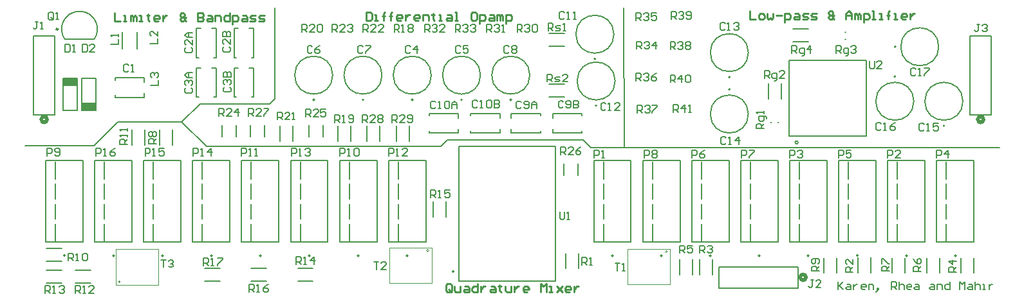
<source format=gto>
G04*
G04 #@! TF.GenerationSoftware,Altium Limited,Altium Designer,25.3.3 (18)*
G04*
G04 Layer_Color=65535*
%FSLAX25Y25*%
%MOIN*%
G70*
G04*
G04 #@! TF.SameCoordinates,DCBC244B-8E6B-4275-8FA6-C99DFC31DE85*
G04*
G04*
G04 #@! TF.FilePolarity,Positive*
G04*
G01*
G75*
%ADD10C,0.00600*%
%ADD11C,0.00394*%
%ADD12C,0.00500*%
%ADD13C,0.00787*%
%ADD14C,0.02000*%
%ADD15C,0.00984*%
%ADD16C,0.00800*%
%ADD17C,0.00591*%
%ADD18C,0.01000*%
%ADD19C,0.00606*%
%ADD20R,0.07284X0.03866*%
D10*
X431798Y360737D02*
G03*
X431798Y360737I-500J0D01*
G01*
X457163D02*
G03*
X457163Y360737I-500J0D01*
G01*
X482529D02*
G03*
X482529Y360737I-500J0D01*
G01*
X198672D02*
G03*
X198672Y360737I-500J0D01*
G01*
X249403D02*
G03*
X249403Y360737I-500J0D01*
G01*
X147941D02*
G03*
X147941Y360737I-500J0D01*
G01*
X173307D02*
G03*
X173307Y360737I-500J0D01*
G01*
X224038D02*
G03*
X224038Y360737I-500J0D01*
G01*
X300134D02*
G03*
X300134Y360737I-500J0D01*
G01*
X325500D02*
G03*
X325500Y360737I-500J0D01*
G01*
X274769D02*
G03*
X274769Y360737I-500J0D01*
G01*
X583991D02*
G03*
X583991Y360737I-500J0D01*
G01*
X507895D02*
G03*
X507895Y360737I-500J0D01*
G01*
X533260D02*
G03*
X533260Y360737I-500J0D01*
G01*
X609357D02*
G03*
X609357Y360737I-500J0D01*
G01*
X558626D02*
G03*
X558626Y360737I-500J0D01*
G01*
X426648Y400561D02*
Y409637D01*
Y368237D02*
Y377313D01*
X440948Y367737D02*
Y410137D01*
X421648D02*
X440948D01*
X421648Y367737D02*
Y410137D01*
Y367737D02*
X440948D01*
X426648Y379774D02*
Y387707D01*
Y390167D02*
Y398100D01*
X452013Y390167D02*
Y398100D01*
Y379774D02*
Y387707D01*
X447014Y367737D02*
X466314D01*
X447014D02*
Y410137D01*
X466314D01*
Y367737D02*
Y410137D01*
X452013Y368237D02*
Y377313D01*
Y400561D02*
Y409637D01*
X486539Y344000D02*
Y355000D01*
X527539D01*
Y344000D02*
Y355000D01*
X486539Y344000D02*
X527539D01*
X616500Y434000D02*
Y475000D01*
Y434000D02*
X627500D01*
Y475000D01*
X616500D02*
X627500D01*
X131500D02*
X142500D01*
Y434000D02*
Y475000D01*
X131500Y434000D02*
X142500D01*
X131500D02*
Y475000D01*
X477379Y390167D02*
Y398100D01*
Y379774D02*
Y387707D01*
X472379Y367737D02*
X491679D01*
X472379D02*
Y410137D01*
X491679D01*
Y367737D02*
Y410137D01*
X477379Y368237D02*
Y377313D01*
Y400561D02*
Y409637D01*
X193522Y400561D02*
Y409637D01*
Y368237D02*
Y377313D01*
X207822Y367737D02*
Y410137D01*
X188522D02*
X207822D01*
X188522Y367737D02*
Y410137D01*
Y367737D02*
X207822D01*
X193522Y379774D02*
Y387707D01*
Y390167D02*
Y398100D01*
X244253Y400561D02*
Y409637D01*
Y368237D02*
Y377313D01*
X258553Y367737D02*
Y410137D01*
X239253D02*
X258553D01*
X239253Y367737D02*
Y410137D01*
Y367737D02*
X258553D01*
X244253Y379774D02*
Y387707D01*
Y390167D02*
Y398100D01*
X142791Y400561D02*
Y409637D01*
Y368237D02*
Y377313D01*
X157091Y367737D02*
Y410137D01*
X137791D02*
X157091D01*
X137791Y367737D02*
Y410137D01*
Y367737D02*
X157091D01*
X142791Y379774D02*
Y387707D01*
Y390167D02*
Y398100D01*
X168157Y390167D02*
Y398100D01*
Y379774D02*
Y387707D01*
X163156Y367737D02*
X182457D01*
X163156D02*
Y410137D01*
X182457D01*
Y367737D02*
Y410137D01*
X168157Y368237D02*
Y377313D01*
Y400561D02*
Y409637D01*
X218888Y390167D02*
Y398100D01*
Y379774D02*
Y387707D01*
X213888Y367737D02*
X233188D01*
X213888D02*
Y410137D01*
X233188D01*
Y367737D02*
Y410137D01*
X218888Y368237D02*
Y377313D01*
Y400561D02*
Y409637D01*
X294984Y400561D02*
Y409637D01*
Y368237D02*
Y377313D01*
X309284Y367737D02*
Y410137D01*
X289984D02*
X309284D01*
X289984Y367737D02*
Y410137D01*
Y367737D02*
X309284D01*
X294984Y379774D02*
Y387707D01*
Y390167D02*
Y398100D01*
X320350Y400561D02*
Y409637D01*
Y368237D02*
Y377313D01*
X334650Y367737D02*
Y410137D01*
X315350D02*
X334650D01*
X315350Y367737D02*
Y410137D01*
Y367737D02*
X334650D01*
X320350Y379774D02*
Y387707D01*
Y390167D02*
Y398100D01*
X269619Y390167D02*
Y398100D01*
Y379774D02*
Y387707D01*
X264619Y367737D02*
X283919D01*
X264619D02*
Y410137D01*
X283919D01*
Y367737D02*
Y410137D01*
X269619Y368237D02*
Y377313D01*
Y400561D02*
Y409637D01*
X224824Y443052D02*
X225966D01*
X215866D02*
X217008D01*
X215866Y458252D02*
X218068D01*
X225966Y443052D02*
Y458252D01*
X215866Y443052D02*
Y458252D01*
X223764D02*
X225966D01*
X244317Y443052D02*
X245460D01*
X235360D02*
X236502D01*
X235360Y458252D02*
X237561D01*
X245460Y443052D02*
Y458252D01*
X235360Y443052D02*
Y458252D01*
X243258D02*
X245460D01*
X224824Y463541D02*
X225966D01*
X215866D02*
X217008D01*
X215866Y478741D02*
X218068D01*
X225966Y463541D02*
Y478741D01*
X215866Y463541D02*
Y478741D01*
X223764D02*
X225966D01*
X378940Y432376D02*
Y434578D01*
Y424478D02*
X394140D01*
X378940Y434578D02*
X394140D01*
X378940Y424478D02*
Y426679D01*
X394140Y424478D02*
Y425620D01*
Y433435D02*
Y434578D01*
X373028Y424478D02*
Y426679D01*
X357828Y434578D02*
X373028D01*
X357828Y424478D02*
X373028D01*
Y432376D02*
Y434578D01*
X357828Y433435D02*
Y434578D01*
Y424478D02*
Y425620D01*
X336396Y424478D02*
Y425620D01*
Y433435D02*
Y434578D01*
X351596Y432376D02*
Y434578D01*
X336396Y424478D02*
X351596D01*
X336396Y434578D02*
X351596D01*
Y424478D02*
Y426679D01*
X578841Y400561D02*
Y409637D01*
Y368237D02*
Y377313D01*
X593141Y367737D02*
Y410137D01*
X573841D02*
X593141D01*
X573841Y367737D02*
Y410137D01*
Y367737D02*
X593141D01*
X578841Y379774D02*
Y387707D01*
Y390167D02*
Y398100D01*
X502745Y400561D02*
Y409637D01*
Y368237D02*
Y377313D01*
X517045Y367737D02*
Y410137D01*
X497745D02*
X517045D01*
X497745Y367737D02*
Y410137D01*
Y367737D02*
X517045D01*
X502745Y379774D02*
Y387707D01*
Y390167D02*
Y398100D01*
X188856Y442961D02*
Y445162D01*
X173656Y453061D02*
X188856D01*
X173656Y442961D02*
X188856D01*
Y450859D02*
Y453061D01*
X173656Y451918D02*
Y453061D01*
Y442961D02*
Y444103D01*
X243258Y478741D02*
X245460D01*
X235360Y463541D02*
Y478741D01*
X245460Y463541D02*
Y478741D01*
X235360D02*
X237561D01*
X235360Y463541D02*
X236502D01*
X244317D02*
X245460D01*
X400372Y432376D02*
Y434578D01*
Y424478D02*
X415572D01*
X400372Y434578D02*
X415572D01*
X400372Y424478D02*
Y426679D01*
X415572Y424478D02*
Y425620D01*
Y433435D02*
Y434578D01*
X528110Y390167D02*
Y398100D01*
Y379774D02*
Y387707D01*
X523110Y367737D02*
X542410D01*
X523110D02*
Y410137D01*
X542410D01*
Y367737D02*
Y410137D01*
X528110Y368237D02*
Y377313D01*
Y400561D02*
Y409637D01*
X604207Y400561D02*
Y409637D01*
Y368237D02*
Y377313D01*
X618507Y367737D02*
Y410137D01*
X599207D02*
X618507D01*
X599207Y367737D02*
Y410137D01*
Y367737D02*
X618507D01*
X604207Y379774D02*
Y387707D01*
Y390167D02*
Y398100D01*
X553476Y390167D02*
Y398100D01*
Y379774D02*
Y387707D01*
X548476Y367737D02*
X567776D01*
X548476D02*
Y410137D01*
X567776D01*
Y367737D02*
Y410137D01*
X553476Y368237D02*
Y377313D01*
Y400561D02*
Y409637D01*
D11*
X459791Y362803D02*
G03*
X459791Y362803I-591J0D01*
G01*
X176587Y347215D02*
G03*
X176587Y347215I-591J0D01*
G01*
X336260Y363413D02*
G03*
X336260Y363413I-591J0D01*
G01*
X461201Y345803D02*
Y364303D01*
X439201D02*
X461201D01*
X439201Y345803D02*
Y364303D01*
Y345803D02*
X461201D01*
X173996Y364215D02*
X195996D01*
Y345715D02*
Y364215D01*
X173996Y345715D02*
X195996D01*
X173996D02*
Y364215D01*
X315669Y346413D02*
X337669D01*
X315669D02*
Y364913D01*
X337669D01*
Y346413D02*
Y364913D01*
D12*
X501673Y434350D02*
G03*
X501673Y434350I-9843J0D01*
G01*
X432677Y451476D02*
G03*
X432677Y451476I-9843J0D01*
G01*
X600295Y469291D02*
G03*
X600295Y469291I-9843J0D01*
G01*
X587381Y440969D02*
G03*
X587381Y440969I-9843J0D01*
G01*
X612795Y440945D02*
G03*
X612795Y440945I-9843J0D01*
G01*
X432037Y475787D02*
G03*
X432037Y475787I-9843J0D01*
G01*
X388484Y454528D02*
G03*
X388484Y454528I-9843J0D01*
G01*
X501673Y466240D02*
G03*
X501673Y466240I-9843J0D01*
G01*
X337451Y454528D02*
G03*
X337451Y454528I-9843J0D01*
G01*
X362967D02*
G03*
X362967Y454528I-9843J0D01*
G01*
X286417D02*
G03*
X286417Y454528I-9843J0D01*
G01*
X311934D02*
G03*
X311934Y454528I-9843J0D01*
G01*
X208268Y430315D02*
X217618Y439665D01*
X208268Y430315D02*
X220965Y417618D01*
X217618Y439665D02*
X253937D01*
X175197Y430315D02*
X208268D01*
X162894Y418012D02*
X175197Y430315D01*
X220965Y417618D02*
X342520D01*
X253937Y439665D02*
X256496Y442224D01*
Y489500D01*
X419980Y417028D02*
X429429D01*
X342520Y417618D02*
X345669Y420768D01*
X352165D01*
X429429Y417028D02*
X441043D01*
X631744D01*
X437224Y489401D02*
X437303Y417028D01*
X352165Y420768D02*
X416240D01*
X419980Y417028D01*
X351772Y347573D02*
X401772D01*
Y417573D01*
X351772D02*
X401772D01*
X351772Y347573D02*
Y417573D01*
X127000Y418012D02*
X162894D01*
X522618Y422736D02*
Y462106D01*
X562618D01*
Y422736D02*
Y462106D01*
X522618Y422736D02*
X562618D01*
D13*
X492224Y447146D02*
G03*
X492224Y447146I-394J0D01*
G01*
X423228Y438681D02*
G03*
X423228Y438681I-394J0D01*
G01*
X162909Y473188D02*
G03*
X147682Y473187I-7614J5257D01*
G01*
X578051Y469291D02*
G03*
X578051Y469291I-394J0D01*
G01*
X349213Y352573D02*
G03*
X349213Y352573I-394J0D01*
G01*
X577932Y453764D02*
G03*
X577932Y453764I-394J0D01*
G01*
X603346Y428150D02*
G03*
X603346Y428150I-394J0D01*
G01*
X422589Y462992D02*
G03*
X422589Y462992I-394J0D01*
G01*
X379035Y441732D02*
G03*
X379035Y441732I-394J0D01*
G01*
X492224Y453445D02*
G03*
X492224Y453445I-394J0D01*
G01*
X328002Y441732D02*
G03*
X328002Y441732I-394J0D01*
G01*
X353519D02*
G03*
X353519Y441732I-394J0D01*
G01*
X276969D02*
G03*
X276969Y441732I-394J0D01*
G01*
X302485D02*
G03*
X302485Y441732I-394J0D01*
G01*
X147682Y473189D02*
X162908D01*
X518898Y442292D02*
Y450214D01*
X512205Y442292D02*
Y450214D01*
X338484Y380882D02*
Y388803D01*
X345177Y380882D02*
Y388803D01*
X413878Y354110D02*
Y362032D01*
X407185Y354110D02*
Y362032D01*
X551772Y476772D02*
X552165D01*
X551772Y473228D02*
X552165D01*
X138257Y353280D02*
X146179D01*
X138257Y346587D02*
X146179D01*
X153235Y353280D02*
X161156D01*
X153235Y346587D02*
X161156D01*
X268341Y354329D02*
X276263D01*
X268341Y347636D02*
X276263D01*
X220198D02*
X228119D01*
X220198Y354329D02*
X228119D01*
X244269D02*
X252191D01*
X244269Y347636D02*
X252191D01*
X398598Y449780D02*
X406520D01*
X398598Y443087D02*
X406520D01*
X289140Y420244D02*
Y428166D01*
X295833Y420244D02*
Y428166D01*
X310909Y420244D02*
Y428166D01*
X304216Y420244D02*
Y428166D01*
X281348Y422539D02*
Y428445D01*
X274065Y422539D02*
Y428445D01*
X258990Y420244D02*
Y428166D01*
X265682Y420244D02*
Y428166D01*
X251198Y422539D02*
Y428445D01*
X243914Y422539D02*
Y428445D01*
X319291Y420244D02*
Y428166D01*
X325984Y420244D02*
Y428166D01*
X236473Y422539D02*
Y428445D01*
X229189Y422539D02*
Y428445D01*
X398598Y476181D02*
X406520D01*
X398598Y469488D02*
X406520D01*
X182382Y418283D02*
Y426205D01*
X189075Y418283D02*
Y426205D01*
X618449Y351754D02*
Y359676D01*
X611756Y351754D02*
Y359676D01*
X600689Y351754D02*
Y359676D01*
X593996Y351754D02*
Y359676D01*
X582929Y351754D02*
Y359676D01*
X576236Y351754D02*
Y359676D01*
X565169Y351938D02*
Y359860D01*
X558476Y351938D02*
Y359860D01*
X472736Y350971D02*
Y358893D01*
X466043Y350971D02*
Y358893D01*
X138067Y364469D02*
X145988D01*
X138067Y357776D02*
X145988D01*
X483268Y350971D02*
Y358893D01*
X476575Y350971D02*
Y358893D01*
X156595Y436221D02*
Y452953D01*
Y436221D02*
X163878D01*
X156595Y452953D02*
X163878D01*
Y436221D02*
Y452953D01*
X413287Y402658D02*
Y408563D01*
X406004Y402658D02*
Y408563D01*
X146752Y436221D02*
Y452953D01*
Y436221D02*
X154035D01*
X146752Y452953D02*
X154035D01*
Y436221D02*
Y452953D01*
X203543Y418283D02*
Y426205D01*
X196850Y418283D02*
Y426205D01*
X547410Y351754D02*
Y359676D01*
X540717Y351754D02*
Y359676D01*
X513484Y429921D02*
Y430315D01*
X517028Y429921D02*
Y430315D01*
X524773Y471949D02*
X532694D01*
X524773Y478642D02*
X532694D01*
X548228Y347275D02*
Y343339D01*
Y344651D01*
X550852Y347275D01*
X548884Y345307D01*
X550852Y343339D01*
X552820Y345963D02*
X554132D01*
X554788Y345307D01*
Y343339D01*
X552820D01*
X552164Y343995D01*
X552820Y344651D01*
X554788D01*
X556100Y345963D02*
Y343339D01*
Y344651D01*
X556756Y345307D01*
X557412Y345963D01*
X558068D01*
X562003Y343339D02*
X560691D01*
X560036Y343995D01*
Y345307D01*
X560691Y345963D01*
X562003D01*
X562659Y345307D01*
Y344651D01*
X560036D01*
X563971Y343339D02*
Y345963D01*
X565939D01*
X566595Y345307D01*
Y343339D01*
X568563Y342684D02*
X569219Y343339D01*
Y343995D01*
X568563D01*
Y343339D01*
X569219D01*
X568563Y342684D01*
X567907Y342028D01*
X575778Y343339D02*
Y347275D01*
X577746D01*
X578402Y346619D01*
Y345307D01*
X577746Y344651D01*
X575778D01*
X577090D02*
X578402Y343339D01*
X579714Y347275D02*
Y343339D01*
Y345307D01*
X580370Y345963D01*
X581682D01*
X582338Y345307D01*
Y343339D01*
X585618D02*
X584306D01*
X583650Y343995D01*
Y345307D01*
X584306Y345963D01*
X585618D01*
X586274Y345307D01*
Y344651D01*
X583650D01*
X588242Y345963D02*
X589554D01*
X590210Y345307D01*
Y343339D01*
X588242D01*
X587586Y343995D01*
X588242Y344651D01*
X590210D01*
X596113Y345963D02*
X597425D01*
X598081Y345307D01*
Y343339D01*
X596113D01*
X595457Y343995D01*
X596113Y344651D01*
X598081D01*
X599393Y343339D02*
Y345963D01*
X601361D01*
X602017Y345307D01*
Y343339D01*
X605953Y347275D02*
Y343339D01*
X603985D01*
X603329Y343995D01*
Y345307D01*
X603985Y345963D01*
X605953D01*
X611200Y343339D02*
Y347275D01*
X612512Y345963D01*
X613824Y347275D01*
Y343339D01*
X615792Y345963D02*
X617104D01*
X617760Y345307D01*
Y343339D01*
X615792D01*
X615136Y343995D01*
X615792Y344651D01*
X617760D01*
X619072Y347275D02*
Y343339D01*
Y345307D01*
X619728Y345963D01*
X621039D01*
X621696Y345307D01*
Y343339D01*
X623007D02*
X624319D01*
X623663D01*
Y345963D01*
X623007D01*
X626287D02*
Y343339D01*
Y344651D01*
X626943Y345307D01*
X627599Y345963D01*
X628255D01*
D14*
X531539Y349500D02*
G03*
X531539Y349500I-1500J0D01*
G01*
X623500Y431500D02*
G03*
X623500Y431500I-1500J0D01*
G01*
X138500Y431500D02*
G03*
X138500Y431500I-1500J0D01*
G01*
D15*
X144173Y478445D02*
G03*
X144173Y478445I-492J0D01*
G01*
D16*
X527461Y419587D02*
G03*
X527461Y419587I-787J0D01*
G01*
D17*
X185039Y476968D02*
X185059D01*
X177342D02*
X177362D01*
X177342Y468307D02*
Y476968D01*
X185039Y468307D02*
X185059D01*
X177342D02*
X177362D01*
X185059D02*
Y476968D01*
D18*
X348013Y342502D02*
Y345520D01*
X347259Y346274D01*
X345750D01*
X344996Y345520D01*
Y342502D01*
X345750Y341748D01*
X347259D01*
X346505Y343257D02*
X348013Y341748D01*
X347259D02*
X348013Y342502D01*
X349522Y344765D02*
Y342502D01*
X350276Y341748D01*
X352540D01*
Y344765D01*
X354803D02*
X356311D01*
X357066Y344011D01*
Y341748D01*
X354803D01*
X354048Y342502D01*
X354803Y343257D01*
X357066D01*
X361592Y346274D02*
Y341748D01*
X359329D01*
X358574Y342502D01*
Y344011D01*
X359329Y344765D01*
X361592D01*
X363101D02*
Y341748D01*
Y343257D01*
X363855Y344011D01*
X364609Y344765D01*
X365364D01*
X368381D02*
X369890D01*
X370644Y344011D01*
Y341748D01*
X368381D01*
X367627Y342502D01*
X368381Y343257D01*
X370644D01*
X372907Y345520D02*
Y344765D01*
X372153D01*
X373661D01*
X372907D01*
Y342502D01*
X373661Y341748D01*
X375924Y344765D02*
Y342502D01*
X376679Y341748D01*
X378942D01*
Y344765D01*
X380451D02*
Y341748D01*
Y343257D01*
X381205Y344011D01*
X381959Y344765D01*
X382714D01*
X387240Y341748D02*
X385731D01*
X384977Y342502D01*
Y344011D01*
X385731Y344765D01*
X387240D01*
X387994Y344011D01*
Y343257D01*
X384977D01*
X394029Y341748D02*
Y346274D01*
X395537Y344765D01*
X397046Y346274D01*
Y341748D01*
X398555D02*
X400064D01*
X399309D01*
Y344765D01*
X398555D01*
X402327D02*
X405344Y341748D01*
X403835Y343257D01*
X405344Y344765D01*
X402327Y341748D01*
X409116D02*
X407607D01*
X406853Y342502D01*
Y344011D01*
X407607Y344765D01*
X409116D01*
X409870Y344011D01*
Y343257D01*
X406853D01*
X411379Y344765D02*
Y341748D01*
Y343257D01*
X412133Y344011D01*
X412888Y344765D01*
X413642D01*
X173441Y486956D02*
Y482430D01*
X176458D01*
X177967D02*
X179476D01*
X178721D01*
Y485447D01*
X177967D01*
X181739Y482430D02*
Y485447D01*
X182493D01*
X183247Y484693D01*
Y482430D01*
Y484693D01*
X184002Y485447D01*
X184756Y484693D01*
Y482430D01*
X186265D02*
X187774D01*
X187019D01*
Y485447D01*
X186265D01*
X190791Y486202D02*
Y485447D01*
X190037D01*
X191545D01*
X190791D01*
Y483184D01*
X191545Y482430D01*
X196071D02*
X194563D01*
X193808Y483184D01*
Y484693D01*
X194563Y485447D01*
X196071D01*
X196826Y484693D01*
Y483939D01*
X193808D01*
X198335Y485447D02*
Y482430D01*
Y483939D01*
X199089Y484693D01*
X199843Y485447D01*
X200598D01*
X210404Y482430D02*
X209650Y483184D01*
X208895Y482430D01*
X208141D01*
X207387Y483184D01*
Y483939D01*
X208141Y484693D01*
X207387Y485447D01*
Y486202D01*
X208141Y486956D01*
X208895D01*
X209650Y486202D01*
Y485447D01*
X208895Y484693D01*
X209650Y483939D01*
Y483184D01*
X210404Y484693D02*
X209650Y483939D01*
X208141Y484693D02*
X208895D01*
X216439Y486956D02*
Y482430D01*
X218702D01*
X219456Y483184D01*
Y483939D01*
X218702Y484693D01*
X216439D01*
X218702D01*
X219456Y485447D01*
Y486202D01*
X218702Y486956D01*
X216439D01*
X221719Y485447D02*
X223228D01*
X223982Y484693D01*
Y482430D01*
X221719D01*
X220965Y483184D01*
X221719Y483939D01*
X223982D01*
X225491Y482430D02*
Y485447D01*
X227754D01*
X228508Y484693D01*
Y482430D01*
X233035Y486956D02*
Y482430D01*
X230771D01*
X230017Y483184D01*
Y484693D01*
X230771Y485447D01*
X233035D01*
X234543Y480921D02*
Y485447D01*
X236806D01*
X237561Y484693D01*
Y483184D01*
X236806Y482430D01*
X234543D01*
X239824Y485447D02*
X241332D01*
X242087Y484693D01*
Y482430D01*
X239824D01*
X239069Y483184D01*
X239824Y483939D01*
X242087D01*
X243596Y482430D02*
X245859D01*
X246613Y483184D01*
X245859Y483939D01*
X244350D01*
X243596Y484693D01*
X244350Y485447D01*
X246613D01*
X248122Y482430D02*
X250385D01*
X251139Y483184D01*
X250385Y483939D01*
X248876D01*
X248122Y484693D01*
X248876Y485447D01*
X251139D01*
X303658Y487350D02*
Y482824D01*
X305921D01*
X306675Y483578D01*
Y486595D01*
X305921Y487350D01*
X303658D01*
X308184Y482824D02*
X309692D01*
X308938D01*
Y485841D01*
X308184D01*
X312710Y482824D02*
Y486595D01*
Y485087D01*
X311955D01*
X313464D01*
X312710D01*
Y486595D01*
X313464Y487350D01*
X316481Y482824D02*
Y486595D01*
Y485087D01*
X315727D01*
X317236D01*
X316481D01*
Y486595D01*
X317236Y487350D01*
X321762Y482824D02*
X320253D01*
X319499Y483578D01*
Y485087D01*
X320253Y485841D01*
X321762D01*
X322516Y485087D01*
Y484332D01*
X319499D01*
X324025Y485841D02*
Y482824D01*
Y484332D01*
X324779Y485087D01*
X325534Y485841D01*
X326288D01*
X330814Y482824D02*
X329305D01*
X328551Y483578D01*
Y485087D01*
X329305Y485841D01*
X330814D01*
X331568Y485087D01*
Y484332D01*
X328551D01*
X333077Y482824D02*
Y485841D01*
X335340D01*
X336094Y485087D01*
Y482824D01*
X338358Y486595D02*
Y485841D01*
X337603D01*
X339112D01*
X338358D01*
Y483578D01*
X339112Y482824D01*
X341375D02*
X342884D01*
X342129D01*
Y485841D01*
X341375D01*
X345901D02*
X347410D01*
X348164Y485087D01*
Y482824D01*
X345901D01*
X345147Y483578D01*
X345901Y484332D01*
X348164D01*
X349673Y482824D02*
X351182D01*
X350427D01*
Y487350D01*
X349673D01*
X360234D02*
X358725D01*
X357971Y486595D01*
Y483578D01*
X358725Y482824D01*
X360234D01*
X360988Y483578D01*
Y486595D01*
X360234Y487350D01*
X362497Y481315D02*
Y485841D01*
X364760D01*
X365514Y485087D01*
Y483578D01*
X364760Y482824D01*
X362497D01*
X367777Y485841D02*
X369286D01*
X370040Y485087D01*
Y482824D01*
X367777D01*
X367023Y483578D01*
X367777Y484332D01*
X370040D01*
X371549Y482824D02*
Y485841D01*
X372303D01*
X373058Y485087D01*
Y482824D01*
Y485087D01*
X373812Y485841D01*
X374566Y485087D01*
Y482824D01*
X376075Y481315D02*
Y485841D01*
X378338D01*
X379093Y485087D01*
Y483578D01*
X378338Y482824D01*
X376075D01*
X502476Y487940D02*
Y483414D01*
X505494D01*
X507757D02*
X509266D01*
X510020Y484169D01*
Y485677D01*
X509266Y486432D01*
X507757D01*
X507002Y485677D01*
Y484169D01*
X507757Y483414D01*
X511529Y486432D02*
Y484169D01*
X512283Y483414D01*
X513037Y484169D01*
X513792Y483414D01*
X514546Y484169D01*
Y486432D01*
X516055Y485677D02*
X519072D01*
X520581Y481906D02*
Y486432D01*
X522844D01*
X523598Y485677D01*
Y484169D01*
X522844Y483414D01*
X520581D01*
X525861Y486432D02*
X527370D01*
X528124Y485677D01*
Y483414D01*
X525861D01*
X525107Y484169D01*
X525861Y484923D01*
X528124D01*
X529633Y483414D02*
X531896D01*
X532650Y484169D01*
X531896Y484923D01*
X530387D01*
X529633Y485677D01*
X530387Y486432D01*
X532650D01*
X534159Y483414D02*
X536422D01*
X537177Y484169D01*
X536422Y484923D01*
X534913D01*
X534159Y485677D01*
X534913Y486432D01*
X537177D01*
X546229Y483414D02*
X545474Y484169D01*
X544720Y483414D01*
X543966D01*
X543211Y484169D01*
Y484923D01*
X543966Y485677D01*
X543211Y486432D01*
Y487186D01*
X543966Y487940D01*
X544720D01*
X545474Y487186D01*
Y486432D01*
X544720Y485677D01*
X545474Y484923D01*
Y484169D01*
X546229Y485677D02*
X545474Y484923D01*
X543966Y485677D02*
X544720D01*
X552263Y483414D02*
Y486432D01*
X553772Y487940D01*
X555281Y486432D01*
Y483414D01*
Y485677D01*
X552263D01*
X556790Y483414D02*
Y486432D01*
X557544D01*
X558298Y485677D01*
Y483414D01*
Y485677D01*
X559053Y486432D01*
X559807Y485677D01*
Y483414D01*
X561316Y481906D02*
Y486432D01*
X563579D01*
X564333Y485677D01*
Y484169D01*
X563579Y483414D01*
X561316D01*
X565842D02*
X567350D01*
X566596D01*
Y487940D01*
X565842D01*
X569614Y483414D02*
X571122D01*
X570368D01*
Y486432D01*
X569614D01*
X574140Y483414D02*
Y487186D01*
Y485677D01*
X573385D01*
X574894D01*
X574140D01*
Y487186D01*
X574894Y487940D01*
X577157Y483414D02*
X578666D01*
X577911D01*
Y486432D01*
X577157D01*
X583192Y483414D02*
X581683D01*
X580929Y484169D01*
Y485677D01*
X581683Y486432D01*
X583192D01*
X583946Y485677D01*
Y484923D01*
X580929D01*
X585455Y486432D02*
Y483414D01*
Y484923D01*
X586209Y485677D01*
X586964Y486432D01*
X587718D01*
D19*
X535320Y348239D02*
X534009D01*
X534664D01*
Y344960D01*
X534009Y344304D01*
X533353D01*
X532697Y344960D01*
X539256Y344304D02*
X536632D01*
X539256Y346928D01*
Y347584D01*
X538600Y348239D01*
X537288D01*
X536632Y347584D01*
X415585Y355808D02*
Y359743D01*
X417553D01*
X418209Y359087D01*
Y357776D01*
X417553Y357120D01*
X415585D01*
X416897D02*
X418209Y355808D01*
X419521D02*
X420832D01*
X420177D01*
Y359743D01*
X419521Y359087D01*
X171556Y470506D02*
X175491D01*
Y473130D01*
Y474442D02*
Y475754D01*
Y475098D01*
X171556D01*
X172212Y474442D01*
X403971Y383464D02*
Y380184D01*
X404627Y379528D01*
X405938D01*
X406595Y380184D01*
Y383464D01*
X407906Y379528D02*
X409218D01*
X408562D01*
Y383464D01*
X407906Y382808D01*
X137502Y341241D02*
Y345177D01*
X139470D01*
X140125Y344521D01*
Y343209D01*
X139470Y342553D01*
X137502D01*
X138813D02*
X140125Y341241D01*
X141437D02*
X142749D01*
X142093D01*
Y345177D01*
X141437Y344521D01*
X144717D02*
X145373Y345177D01*
X146685D01*
X147341Y344521D01*
Y343865D01*
X146685Y343209D01*
X146029D01*
X146685D01*
X147341Y342553D01*
Y341897D01*
X146685Y341241D01*
X145373D01*
X144717Y341897D01*
X564338Y461810D02*
Y458531D01*
X564994Y457875D01*
X566306D01*
X566962Y458531D01*
Y461810D01*
X570898Y457875D02*
X568274D01*
X570898Y460499D01*
Y461154D01*
X570242Y461810D01*
X568930D01*
X568274Y461154D01*
X498220Y411678D02*
Y415614D01*
X500188D01*
X500844Y414958D01*
Y413646D01*
X500188Y412990D01*
X498220D01*
X502156Y415614D02*
X504780D01*
Y414958D01*
X502156Y412334D01*
Y411678D01*
X197362Y358659D02*
X199986D01*
X198674D01*
Y354723D01*
X201298Y358003D02*
X201954Y358659D01*
X203266D01*
X203922Y358003D01*
Y357347D01*
X203266Y356691D01*
X202610D01*
X203266D01*
X203922Y356035D01*
Y355379D01*
X203266Y354723D01*
X201954D01*
X201298Y355379D01*
X219541Y355609D02*
Y359545D01*
X221509D01*
X222165Y358889D01*
Y357577D01*
X221509Y356921D01*
X219541D01*
X220853D02*
X222165Y355609D01*
X223477D02*
X224789D01*
X224133D01*
Y359545D01*
X223477Y358889D01*
X226757Y359545D02*
X229380D01*
Y358889D01*
X226757Y356265D01*
Y355609D01*
X243112Y342028D02*
Y345964D01*
X245080D01*
X245736Y345308D01*
Y343996D01*
X245080Y343340D01*
X243112D01*
X244424D02*
X245736Y342028D01*
X247048D02*
X248359D01*
X247704D01*
Y345964D01*
X247048Y345308D01*
X252951Y345964D02*
X251639Y345308D01*
X250327Y343996D01*
Y342684D01*
X250983Y342028D01*
X252295D01*
X252951Y342684D01*
Y343340D01*
X252295Y343996D01*
X250327D01*
X337206Y391044D02*
Y394980D01*
X339174D01*
X339830Y394324D01*
Y393012D01*
X339174Y392356D01*
X337206D01*
X338518D02*
X339830Y391044D01*
X341142D02*
X342454D01*
X341798D01*
Y394980D01*
X341142Y394324D01*
X347046Y394980D02*
X344422D01*
Y393012D01*
X345734Y393668D01*
X346390D01*
X347046Y393012D01*
Y391700D01*
X346390Y391044D01*
X345078D01*
X344422Y391700D01*
X267474Y356199D02*
Y360135D01*
X269442D01*
X270098Y359479D01*
Y358167D01*
X269442Y357511D01*
X267474D01*
X268786D02*
X270098Y356199D01*
X271410D02*
X272722D01*
X272066D01*
Y360135D01*
X271410Y359479D01*
X276657Y356199D02*
Y360135D01*
X274690Y358167D01*
X277313D01*
X153053Y341339D02*
Y345275D01*
X155021D01*
X155677Y344619D01*
Y343307D01*
X155021Y342651D01*
X153053D01*
X154365D02*
X155677Y341339D01*
X156989D02*
X158300D01*
X157644D01*
Y345275D01*
X156989Y344619D01*
X162892Y341339D02*
X160268D01*
X162892Y343963D01*
Y344619D01*
X162236Y345275D01*
X160924D01*
X160268Y344619D01*
X180117Y418466D02*
X176182D01*
Y420434D01*
X176838Y421090D01*
X178150D01*
X178806Y420434D01*
Y418466D01*
Y419778D02*
X180117Y421090D01*
Y422402D02*
Y423713D01*
Y423058D01*
X176182D01*
X176838Y422402D01*
X180117Y425681D02*
Y426993D01*
Y426337D01*
X176182D01*
X176838Y425681D01*
X149608Y358071D02*
Y362007D01*
X151576D01*
X152232Y361351D01*
Y360039D01*
X151576Y359383D01*
X149608D01*
X150920D02*
X152232Y358071D01*
X153544D02*
X154856D01*
X154200D01*
Y362007D01*
X153544Y361351D01*
X156823D02*
X157479Y362007D01*
X158791D01*
X159447Y361351D01*
Y358728D01*
X158791Y358071D01*
X157479D01*
X156823Y358728D01*
Y361351D01*
X163851Y412501D02*
Y416436D01*
X165819D01*
X166475Y415780D01*
Y414468D01*
X165819Y413813D01*
X163851D01*
X167787Y412501D02*
X169099D01*
X168443D01*
Y416436D01*
X167787Y415780D01*
X173691Y416436D02*
X172379Y415780D01*
X171067Y414468D01*
Y413157D01*
X171723Y412501D01*
X173035D01*
X173691Y413157D01*
Y413813D01*
X173035Y414468D01*
X171067D01*
X189315Y412501D02*
Y416436D01*
X191283D01*
X191939Y415780D01*
Y414468D01*
X191283Y413813D01*
X189315D01*
X193251Y412501D02*
X194563D01*
X193907D01*
Y416436D01*
X193251Y415780D01*
X199155Y416436D02*
X196531D01*
Y414468D01*
X197843Y415125D01*
X198499D01*
X199155Y414468D01*
Y413157D01*
X198499Y412501D01*
X197187D01*
X196531Y413157D01*
X214189Y412501D02*
Y416436D01*
X216157D01*
X216813Y415780D01*
Y414468D01*
X216157Y413813D01*
X214189D01*
X218125Y412501D02*
X219437D01*
X218780D01*
Y416436D01*
X218125Y415780D01*
X223372Y412501D02*
Y416436D01*
X221404Y414468D01*
X224028D01*
X265018Y412501D02*
Y416436D01*
X266986D01*
X267642Y415780D01*
Y414468D01*
X266986Y413813D01*
X265018D01*
X268954Y412501D02*
X270266D01*
X269610D01*
Y416436D01*
X268954Y415780D01*
X272234D02*
X272890Y416436D01*
X274202D01*
X274858Y415780D01*
Y415125D01*
X274202Y414468D01*
X273546D01*
X274202D01*
X274858Y413813D01*
Y413157D01*
X274202Y412501D01*
X272890D01*
X272234Y413157D01*
X315356Y412501D02*
Y416436D01*
X317324D01*
X317980Y415780D01*
Y414468D01*
X317324Y413813D01*
X315356D01*
X319292Y412501D02*
X320603D01*
X319948D01*
Y416436D01*
X319292Y415780D01*
X325195Y412501D02*
X322571D01*
X325195Y415125D01*
Y415780D01*
X324539Y416436D01*
X323227D01*
X322571Y415780D01*
X239029Y412501D02*
Y416436D01*
X240997D01*
X241653Y415780D01*
Y414468D01*
X240997Y413813D01*
X239029D01*
X242965Y412501D02*
X244277D01*
X243621D01*
Y416436D01*
X242965Y415780D01*
X246245Y412501D02*
X247557D01*
X246901D01*
Y416436D01*
X246245Y415780D01*
X290198Y412501D02*
Y416436D01*
X292166D01*
X292822Y415780D01*
Y414468D01*
X292166Y413813D01*
X290198D01*
X294133Y412501D02*
X295445D01*
X294790D01*
Y416436D01*
X294133Y415780D01*
X297413D02*
X298069Y416436D01*
X299381D01*
X300037Y415780D01*
Y413157D01*
X299381Y412501D01*
X298069D01*
X297413Y413157D01*
Y415780D01*
X138452Y412501D02*
Y416436D01*
X140420D01*
X141076Y415780D01*
Y414468D01*
X140420Y413813D01*
X138452D01*
X142388Y413157D02*
X143044Y412501D01*
X144356D01*
X145012Y413157D01*
Y415780D01*
X144356Y416436D01*
X143044D01*
X142388Y415780D01*
Y415125D01*
X143044Y414468D01*
X145012D01*
X349969Y476969D02*
Y480905D01*
X351937D01*
X352593Y480249D01*
Y478937D01*
X351937Y478281D01*
X349969D01*
X351281D02*
X352593Y476969D01*
X353905Y480249D02*
X354561Y480905D01*
X355873D01*
X356528Y480249D01*
Y479593D01*
X355873Y478937D01*
X355217D01*
X355873D01*
X356528Y478281D01*
Y477625D01*
X355873Y476969D01*
X354561D01*
X353905Y477625D01*
X357840Y480249D02*
X358496Y480905D01*
X359808D01*
X360464Y480249D01*
Y479593D01*
X359808Y478937D01*
X359152D01*
X359808D01*
X360464Y478281D01*
Y477625D01*
X359808Y476969D01*
X358496D01*
X357840Y477625D01*
X334024Y476969D02*
Y480905D01*
X335992D01*
X336648Y480249D01*
Y478937D01*
X335992Y478281D01*
X334024D01*
X335336D02*
X336648Y476969D01*
X337960Y480249D02*
X338616Y480905D01*
X339928D01*
X340584Y480249D01*
Y479593D01*
X339928Y478937D01*
X339272D01*
X339928D01*
X340584Y478281D01*
Y477625D01*
X339928Y476969D01*
X338616D01*
X337960Y477625D01*
X344519Y476969D02*
X341896D01*
X344519Y479593D01*
Y480249D01*
X343863Y480905D01*
X342551D01*
X341896Y480249D01*
X366274Y476969D02*
Y480905D01*
X368242D01*
X368898Y480249D01*
Y478937D01*
X368242Y478281D01*
X366274D01*
X367586D02*
X368898Y476969D01*
X370210Y480249D02*
X370866Y480905D01*
X372178D01*
X372834Y480249D01*
Y479593D01*
X372178Y478937D01*
X371522D01*
X372178D01*
X372834Y478281D01*
Y477625D01*
X372178Y476969D01*
X370866D01*
X370210Y477625D01*
X374146Y476969D02*
X375458D01*
X374802D01*
Y480905D01*
X374146Y480249D01*
X381957Y476969D02*
Y480905D01*
X383925D01*
X384581Y480249D01*
Y478937D01*
X383925Y478281D01*
X381957D01*
X383269D02*
X384581Y476969D01*
X385893Y480249D02*
X386549Y480905D01*
X387861D01*
X388517Y480249D01*
Y479593D01*
X387861Y478937D01*
X387205D01*
X387861D01*
X388517Y478281D01*
Y477625D01*
X387861Y476969D01*
X386549D01*
X385893Y477625D01*
X389828Y480249D02*
X390484Y480905D01*
X391796D01*
X392452Y480249D01*
Y477625D01*
X391796Y476969D01*
X390484D01*
X389828Y477625D01*
Y480249D01*
X317193Y429823D02*
Y433759D01*
X319161D01*
X319817Y433103D01*
Y431791D01*
X319161Y431135D01*
X317193D01*
X318505D02*
X319817Y429823D01*
X323753D02*
X321129D01*
X323753Y432447D01*
Y433103D01*
X323097Y433759D01*
X321785D01*
X321129Y433103D01*
X325065Y430479D02*
X325721Y429823D01*
X327033D01*
X327689Y430479D01*
Y433103D01*
X327033Y433759D01*
X325721D01*
X325065Y433103D01*
Y432447D01*
X325721Y431791D01*
X327689D01*
X301937Y429922D02*
Y433858D01*
X303905D01*
X304561Y433202D01*
Y431890D01*
X303905Y431234D01*
X301937D01*
X303249D02*
X304561Y429922D01*
X308497D02*
X305873D01*
X308497Y432546D01*
Y433202D01*
X307841Y433858D01*
X306529D01*
X305873Y433202D01*
X309809D02*
X310465Y433858D01*
X311777D01*
X312433Y433202D01*
Y432546D01*
X311777Y431890D01*
X312433Y431234D01*
Y430578D01*
X311777Y429922D01*
X310465D01*
X309809Y430578D01*
Y431234D01*
X310465Y431890D01*
X309809Y432546D01*
Y433202D01*
X310465Y431890D02*
X311777D01*
X242784Y433268D02*
Y437204D01*
X244752D01*
X245408Y436548D01*
Y435236D01*
X244752Y434580D01*
X242784D01*
X244096D02*
X245408Y433268D01*
X249343D02*
X246720D01*
X249343Y435892D01*
Y436548D01*
X248688Y437204D01*
X247376D01*
X246720Y436548D01*
X250655Y437204D02*
X253279D01*
Y436548D01*
X250655Y433924D01*
Y433268D01*
X404443Y413177D02*
Y417112D01*
X406411D01*
X407067Y416457D01*
Y415145D01*
X406411Y414489D01*
X404443D01*
X405755D02*
X407067Y413177D01*
X411003D02*
X408379D01*
X411003Y415801D01*
Y416457D01*
X410347Y417112D01*
X409035D01*
X408379Y416457D01*
X414938Y417112D02*
X413626Y416457D01*
X412315Y415145D01*
Y413833D01*
X412971Y413177D01*
X414283D01*
X414938Y413833D01*
Y414489D01*
X414283Y415145D01*
X412315D01*
X272410Y432973D02*
Y436909D01*
X274378D01*
X275034Y436253D01*
Y434941D01*
X274378Y434285D01*
X272410D01*
X273722D02*
X275034Y432973D01*
X278969D02*
X276346D01*
X278969Y435597D01*
Y436253D01*
X278313Y436909D01*
X277002D01*
X276346Y436253D01*
X282905Y436909D02*
X280281D01*
Y434941D01*
X281593Y435597D01*
X282249D01*
X282905Y434941D01*
Y433629D01*
X282249Y432973D01*
X280937D01*
X280281Y433629D01*
X227528Y433268D02*
Y437204D01*
X229496D01*
X230152Y436548D01*
Y435236D01*
X229496Y434580D01*
X227528D01*
X228840D02*
X230152Y433268D01*
X234087D02*
X231464D01*
X234087Y435892D01*
Y436548D01*
X233432Y437204D01*
X232120D01*
X231464Y436548D01*
X237367Y433268D02*
Y437204D01*
X235399Y435236D01*
X238023D01*
X286189Y476969D02*
Y480905D01*
X288157D01*
X288813Y480249D01*
Y478937D01*
X288157Y478281D01*
X286189D01*
X287501D02*
X288813Y476969D01*
X292749D02*
X290125D01*
X292749Y479593D01*
Y480249D01*
X292093Y480905D01*
X290781D01*
X290125Y480249D01*
X294061D02*
X294717Y480905D01*
X296029D01*
X296685Y480249D01*
Y479593D01*
X296029Y478937D01*
X295373D01*
X296029D01*
X296685Y478281D01*
Y477625D01*
X296029Y476969D01*
X294717D01*
X294061Y477625D01*
X302134Y476969D02*
Y480905D01*
X304102D01*
X304758Y480249D01*
Y478937D01*
X304102Y478281D01*
X302134D01*
X303446D02*
X304758Y476969D01*
X308694D02*
X306070D01*
X308694Y479593D01*
Y480249D01*
X308038Y480905D01*
X306726D01*
X306070Y480249D01*
X312630Y476969D02*
X310006D01*
X312630Y479593D01*
Y480249D01*
X311974Y480905D01*
X310662D01*
X310006Y480249D01*
X257712Y431398D02*
Y435334D01*
X259679D01*
X260335Y434678D01*
Y433366D01*
X259679Y432710D01*
X257712D01*
X259023D02*
X260335Y431398D01*
X264271D02*
X261647D01*
X264271Y434022D01*
Y434678D01*
X263615Y435334D01*
X262303D01*
X261647Y434678D01*
X265583Y431398D02*
X266895D01*
X266239D01*
Y435334D01*
X265583Y434678D01*
X270540Y476969D02*
Y480905D01*
X272508D01*
X273164Y480249D01*
Y478937D01*
X272508Y478281D01*
X270540D01*
X271852D02*
X273164Y476969D01*
X277099D02*
X274476D01*
X277099Y479593D01*
Y480249D01*
X276443Y480905D01*
X275131D01*
X274476Y480249D01*
X278411D02*
X279067Y480905D01*
X280379D01*
X281035Y480249D01*
Y477625D01*
X280379Y476969D01*
X279067D01*
X278411Y477625D01*
Y480249D01*
X287403Y430020D02*
Y433956D01*
X289371D01*
X290027Y433300D01*
Y431988D01*
X289371Y431332D01*
X287403D01*
X288715D02*
X290027Y430020D01*
X291339D02*
X292651D01*
X291995D01*
Y433956D01*
X291339Y433300D01*
X294619Y430676D02*
X295275Y430020D01*
X296586D01*
X297242Y430676D01*
Y433300D01*
X296586Y433956D01*
X295275D01*
X294619Y433300D01*
Y432644D01*
X295275Y431988D01*
X297242D01*
X318309Y476969D02*
Y480905D01*
X320276D01*
X320933Y480249D01*
Y478937D01*
X320276Y478281D01*
X318309D01*
X319621D02*
X320933Y476969D01*
X322244D02*
X323556D01*
X322900D01*
Y480905D01*
X322244Y480249D01*
X325524D02*
X326180Y480905D01*
X327492D01*
X328148Y480249D01*
Y479593D01*
X327492Y478937D01*
X328148Y478281D01*
Y477625D01*
X327492Y476969D01*
X326180D01*
X325524Y477625D01*
Y478281D01*
X326180Y478937D01*
X325524Y479593D01*
Y480249D01*
X326180Y478937D02*
X327492D01*
X377691Y469225D02*
X377034Y469881D01*
X375723D01*
X375067Y469225D01*
Y466602D01*
X375723Y465945D01*
X377034D01*
X377691Y466602D01*
X379002Y469225D02*
X379658Y469881D01*
X380970D01*
X381626Y469225D01*
Y468569D01*
X380970Y467913D01*
X381626Y467257D01*
Y466602D01*
X380970Y465945D01*
X379658D01*
X379002Y466602D01*
Y467257D01*
X379658Y467913D01*
X379002Y468569D01*
Y469225D01*
X379658Y467913D02*
X380970D01*
X302026Y469225D02*
X301370Y469881D01*
X300058D01*
X299402Y469225D01*
Y466602D01*
X300058Y465945D01*
X301370D01*
X302026Y466602D01*
X303338Y469881D02*
X305962D01*
Y469225D01*
X303338Y466602D01*
Y465945D01*
X275919Y469225D02*
X275263Y469881D01*
X273951D01*
X273295Y469225D01*
Y466602D01*
X273951Y465945D01*
X275263D01*
X275919Y466602D01*
X279855Y469881D02*
X278543Y469225D01*
X277231Y467913D01*
Y466602D01*
X277887Y465945D01*
X279199D01*
X279855Y466602D01*
Y467257D01*
X279199Y467913D01*
X277231D01*
X352666Y469225D02*
X352010Y469881D01*
X350698D01*
X350042Y469225D01*
Y466602D01*
X350698Y465945D01*
X352010D01*
X352666Y466602D01*
X356602Y469881D02*
X353978D01*
Y467913D01*
X355290Y468569D01*
X355946D01*
X356602Y467913D01*
Y466602D01*
X355946Y465945D01*
X354634D01*
X353978Y466602D01*
X326755Y469225D02*
X326099Y469881D01*
X324788D01*
X324132Y469225D01*
Y466602D01*
X324788Y465945D01*
X326099D01*
X326755Y466602D01*
X330035Y465945D02*
Y469881D01*
X328067Y467913D01*
X330691D01*
X307645Y357480D02*
X310269D01*
X308957D01*
Y353544D01*
X314205D02*
X311581D01*
X314205Y356168D01*
Y356824D01*
X313549Y357480D01*
X312237D01*
X311581Y356824D01*
X432617Y356743D02*
X435240D01*
X433928D01*
Y352807D01*
X436552D02*
X437864D01*
X437208D01*
Y356743D01*
X436552Y356087D01*
X397607Y451060D02*
Y454996D01*
X399575D01*
X400231Y454340D01*
Y453028D01*
X399575Y452372D01*
X397607D01*
X398919D02*
X400231Y451060D01*
X401542D02*
X403510D01*
X404166Y451716D01*
X403510Y452372D01*
X402198D01*
X401542Y453028D01*
X402198Y453684D01*
X404166D01*
X408102Y451060D02*
X405478D01*
X408102Y453684D01*
Y454340D01*
X407446Y454996D01*
X406134D01*
X405478Y454340D01*
X397967Y477658D02*
Y481594D01*
X399935D01*
X400591Y480938D01*
Y479626D01*
X399935Y478970D01*
X397967D01*
X399279D02*
X400591Y477658D01*
X401903D02*
X403871D01*
X404527Y478314D01*
X403871Y478970D01*
X402559D01*
X401903Y479626D01*
X402559Y480282D01*
X404527D01*
X405839Y477658D02*
X407151D01*
X406495D01*
Y481594D01*
X405839Y480938D01*
X524083Y465912D02*
Y469848D01*
X526051D01*
X526707Y469192D01*
Y467880D01*
X526051Y467224D01*
X524083D01*
X525395D02*
X526707Y465912D01*
X529331Y464601D02*
X529987D01*
X530643Y465257D01*
Y468536D01*
X528675D01*
X528019Y467880D01*
Y466569D01*
X528675Y465912D01*
X530643D01*
X533922D02*
Y469848D01*
X531954Y467880D01*
X534578D01*
X547016Y466011D02*
Y469947D01*
X548984D01*
X549640Y469291D01*
Y467979D01*
X548984Y467323D01*
X547016D01*
X548328D02*
X549640Y466011D01*
X552264Y464699D02*
X552920D01*
X553576Y465355D01*
Y468635D01*
X551608D01*
X550952Y467979D01*
Y466667D01*
X551608Y466011D01*
X553576D01*
X554888Y469291D02*
X555544Y469947D01*
X556855D01*
X557511Y469291D01*
Y468635D01*
X556855Y467979D01*
X556200D01*
X556855D01*
X557511Y467323D01*
Y466667D01*
X556855Y466011D01*
X555544D01*
X554888Y466667D01*
X510008Y452822D02*
Y456758D01*
X511976D01*
X512632Y456102D01*
Y454790D01*
X511976Y454134D01*
X510008D01*
X511320D02*
X512632Y452822D01*
X515256Y451510D02*
X515912D01*
X516568Y452166D01*
Y455446D01*
X514600D01*
X513944Y454790D01*
Y453478D01*
X514600Y452822D01*
X516568D01*
X520504D02*
X517880D01*
X520504Y455446D01*
Y456102D01*
X519848Y456758D01*
X518536D01*
X517880Y456102D01*
X509756Y426728D02*
X505821D01*
Y428696D01*
X506476Y429352D01*
X507789D01*
X508444Y428696D01*
Y426728D01*
Y428040D02*
X509756Y429352D01*
X511068Y431975D02*
Y432631D01*
X510412Y433287D01*
X507132D01*
Y431319D01*
X507789Y430663D01*
X509100D01*
X509756Y431319D01*
Y433287D01*
Y434599D02*
Y435911D01*
Y435255D01*
X505821D01*
X506476Y434599D01*
X462830Y435138D02*
Y439074D01*
X464797D01*
X465453Y438418D01*
Y437106D01*
X464797Y436450D01*
X462830D01*
X464142D02*
X465453Y435138D01*
X468733D02*
Y439074D01*
X466765Y437106D01*
X469389D01*
X470701Y435138D02*
X472013D01*
X471357D01*
Y439074D01*
X470701Y438418D01*
X461288Y450722D02*
Y454658D01*
X463256D01*
X463912Y454002D01*
Y452690D01*
X463256Y452034D01*
X461288D01*
X462600D02*
X463912Y450722D01*
X467191D02*
Y454658D01*
X465224Y452690D01*
X467847D01*
X469159Y454002D02*
X469815Y454658D01*
X471127D01*
X471783Y454002D01*
Y451378D01*
X471127Y450722D01*
X469815D01*
X469159Y451378D01*
Y454002D01*
X461682Y483564D02*
Y487499D01*
X463649D01*
X464305Y486843D01*
Y485532D01*
X463649Y484875D01*
X461682D01*
X462993D02*
X464305Y483564D01*
X465617Y486843D02*
X466273Y487499D01*
X467585D01*
X468241Y486843D01*
Y486187D01*
X467585Y485532D01*
X466929D01*
X467585D01*
X468241Y484875D01*
Y484220D01*
X467585Y483564D01*
X466273D01*
X465617Y484220D01*
X469553D02*
X470209Y483564D01*
X471521D01*
X472177Y484220D01*
Y486843D01*
X471521Y487499D01*
X470209D01*
X469553Y486843D01*
Y486187D01*
X470209Y485532D01*
X472177D01*
X461288Y467783D02*
Y471719D01*
X463256D01*
X463912Y471063D01*
Y469751D01*
X463256Y469095D01*
X461288D01*
X462600D02*
X463912Y467783D01*
X465224Y471063D02*
X465879Y471719D01*
X467191D01*
X467847Y471063D01*
Y470407D01*
X467191Y469751D01*
X466535D01*
X467191D01*
X467847Y469095D01*
Y468439D01*
X467191Y467783D01*
X465879D01*
X465224Y468439D01*
X469159Y471063D02*
X469815Y471719D01*
X471127D01*
X471783Y471063D01*
Y470407D01*
X471127Y469751D01*
X471783Y469095D01*
Y468439D01*
X471127Y467783D01*
X469815D01*
X469159Y468439D01*
Y469095D01*
X469815Y469751D01*
X469159Y470407D01*
Y471063D01*
X469815Y469751D02*
X471127D01*
X444063Y435001D02*
Y438936D01*
X446031D01*
X446687Y438280D01*
Y436969D01*
X446031Y436313D01*
X444063D01*
X445375D02*
X446687Y435001D01*
X447999Y438280D02*
X448655Y438936D01*
X449967D01*
X450623Y438280D01*
Y437625D01*
X449967Y436969D01*
X449311D01*
X449967D01*
X450623Y436313D01*
Y435657D01*
X449967Y435001D01*
X448655D01*
X447999Y435657D01*
X451935Y438936D02*
X454559D01*
Y438280D01*
X451935Y435657D01*
Y435001D01*
X443473Y451667D02*
Y455603D01*
X445441D01*
X446097Y454947D01*
Y453635D01*
X445441Y452979D01*
X443473D01*
X444785D02*
X446097Y451667D01*
X447409Y454947D02*
X448065Y455603D01*
X449376D01*
X450032Y454947D01*
Y454291D01*
X449376Y453635D01*
X448721D01*
X449376D01*
X450032Y452979D01*
Y452323D01*
X449376Y451667D01*
X448065D01*
X447409Y452323D01*
X453968Y455603D02*
X452656Y454947D01*
X451344Y453635D01*
Y452323D01*
X452000Y451667D01*
X453312D01*
X453968Y452323D01*
Y452979D01*
X453312Y453635D01*
X451344D01*
X443571Y482934D02*
Y486869D01*
X445539D01*
X446195Y486213D01*
Y484902D01*
X445539Y484246D01*
X443571D01*
X444883D02*
X446195Y482934D01*
X447507Y486213D02*
X448163Y486869D01*
X449475D01*
X450131Y486213D01*
Y485558D01*
X449475Y484902D01*
X448819D01*
X449475D01*
X450131Y484246D01*
Y483590D01*
X449475Y482934D01*
X448163D01*
X447507Y483590D01*
X454067Y486869D02*
X451443D01*
Y484902D01*
X452755Y485558D01*
X453411D01*
X454067Y484902D01*
Y483590D01*
X453411Y482934D01*
X452099D01*
X451443Y483590D01*
X443866Y468078D02*
Y472014D01*
X445834D01*
X446490Y471358D01*
Y470046D01*
X445834Y469390D01*
X443866D01*
X445178D02*
X446490Y468078D01*
X447802Y471358D02*
X448458Y472014D01*
X449770D01*
X450426Y471358D01*
Y470702D01*
X449770Y470046D01*
X449114D01*
X449770D01*
X450426Y469390D01*
Y468734D01*
X449770Y468078D01*
X448458D01*
X447802Y468734D01*
X453706Y468078D02*
Y472014D01*
X451738Y470046D01*
X454362D01*
X538385Y352724D02*
X534449D01*
Y354692D01*
X535105Y355348D01*
X536417D01*
X537073Y354692D01*
Y352724D01*
Y354036D02*
X538385Y355348D01*
X537729Y356660D02*
X538385Y357316D01*
Y358628D01*
X537729Y359284D01*
X535105D01*
X534449Y358628D01*
Y357316D01*
X535105Y356660D01*
X535761D01*
X536417Y357316D01*
Y359284D01*
X195078Y418767D02*
X191142D01*
Y420735D01*
X191798Y421391D01*
X193110D01*
X193766Y420735D01*
Y418767D01*
Y420079D02*
X195078Y421391D01*
X191798Y422703D02*
X191142Y423359D01*
Y424671D01*
X191798Y425327D01*
X192454D01*
X193110Y424671D01*
X193766Y425327D01*
X194422D01*
X195078Y424671D01*
Y423359D01*
X194422Y422703D01*
X193766D01*
X193110Y423359D01*
X192454Y422703D01*
X191798D01*
X193110Y423359D02*
Y424671D01*
X574802Y352724D02*
X570867D01*
Y354692D01*
X571523Y355348D01*
X572835D01*
X573491Y354692D01*
Y352724D01*
Y354036D02*
X574802Y355348D01*
X570867Y356660D02*
Y359284D01*
X571523D01*
X574147Y356660D01*
X574802D01*
X591141Y352626D02*
X587205D01*
Y354594D01*
X587861Y355250D01*
X589173D01*
X589829Y354594D01*
Y352626D01*
Y353938D02*
X591141Y355250D01*
X587205Y359185D02*
X587861Y357873D01*
X589173Y356561D01*
X590485D01*
X591141Y357217D01*
Y358529D01*
X590485Y359185D01*
X589829D01*
X589173Y358529D01*
Y356561D01*
X466208Y362111D02*
Y366046D01*
X468176D01*
X468832Y365390D01*
Y364078D01*
X468176Y363423D01*
X466208D01*
X467520D02*
X468832Y362111D01*
X472768Y366046D02*
X470144D01*
Y364078D01*
X471456Y364735D01*
X472112D01*
X472768Y364078D01*
Y362767D01*
X472112Y362111D01*
X470800D01*
X470144Y362767D01*
X609350Y352134D02*
X605414D01*
Y354101D01*
X606070Y354757D01*
X607382D01*
X608038Y354101D01*
Y352134D01*
Y353446D02*
X609350Y354757D01*
Y358037D02*
X605414D01*
X607382Y356069D01*
Y358693D01*
X476543Y362111D02*
Y366046D01*
X478511D01*
X479167Y365390D01*
Y364078D01*
X478511Y363423D01*
X476543D01*
X477855D02*
X479167Y362111D01*
X480479Y365390D02*
X481135Y366046D01*
X482447D01*
X483103Y365390D01*
Y364735D01*
X482447Y364078D01*
X481791D01*
X482447D01*
X483103Y363423D01*
Y362767D01*
X482447Y362111D01*
X481135D01*
X480479Y362767D01*
X555905Y352330D02*
X551969D01*
Y354298D01*
X552625Y354954D01*
X553937D01*
X554593Y354298D01*
Y352330D01*
Y353642D02*
X555905Y354954D01*
Y358890D02*
Y356266D01*
X553281Y358890D01*
X552625D01*
X551969Y358234D01*
Y356922D01*
X552625Y356266D01*
X141851Y484023D02*
X141810Y486646D01*
X141144Y487292D01*
X139832Y487271D01*
X139187Y486605D01*
X139228Y483982D01*
X139894Y483336D01*
X141206Y483357D01*
X140529Y484658D02*
X141862Y483367D01*
X141206Y483357D02*
X141851Y484023D01*
X143173Y483388D02*
X144485Y483408D01*
X143829Y483398D01*
X143767Y487333D01*
X143122Y486667D01*
X447872Y411678D02*
Y415614D01*
X449840D01*
X450496Y414958D01*
Y413646D01*
X449840Y412990D01*
X447872D01*
X451808Y414958D02*
X452464Y415614D01*
X453776D01*
X454431Y414958D01*
Y414302D01*
X453776Y413646D01*
X454431Y412990D01*
Y412334D01*
X453776Y411678D01*
X452464D01*
X451808Y412334D01*
Y412990D01*
X452464Y413646D01*
X451808Y414302D01*
Y414958D01*
X452464Y413646D02*
X453776D01*
X472548Y411678D02*
Y415614D01*
X474516D01*
X475172Y414958D01*
Y413646D01*
X474516Y412990D01*
X472548D01*
X479108Y415614D02*
X477796Y414958D01*
X476484Y413646D01*
Y412334D01*
X477140Y411678D01*
X478452D01*
X479108Y412334D01*
Y412990D01*
X478452Y413646D01*
X476484D01*
X548361Y411678D02*
Y415614D01*
X550329D01*
X550985Y414958D01*
Y413646D01*
X550329Y412990D01*
X548361D01*
X554920Y415614D02*
X552296D01*
Y413646D01*
X553608Y414302D01*
X554264D01*
X554920Y413646D01*
Y412334D01*
X554264Y411678D01*
X552952D01*
X552296Y412334D01*
X599193Y411678D02*
Y415614D01*
X601161D01*
X601817Y414958D01*
Y413646D01*
X601161Y412990D01*
X599193D01*
X605097Y411678D02*
Y415614D01*
X603129Y413646D01*
X605753D01*
X523094Y411678D02*
Y415614D01*
X525062D01*
X525717Y414958D01*
Y413646D01*
X525062Y412990D01*
X523094D01*
X527029Y414958D02*
X527685Y415614D01*
X528997D01*
X529653Y414958D01*
Y414302D01*
X528997Y413646D01*
X528341D01*
X528997D01*
X529653Y412990D01*
Y412334D01*
X528997Y411678D01*
X527685D01*
X527029Y412334D01*
X573829Y411678D02*
Y415614D01*
X575797D01*
X576453Y414958D01*
Y413646D01*
X575797Y412990D01*
X573829D01*
X580388Y411678D02*
X577765D01*
X580388Y414302D01*
Y414958D01*
X579732Y415614D01*
X578420D01*
X577765Y414958D01*
X421786Y411678D02*
Y415614D01*
X423753D01*
X424409Y414958D01*
Y413646D01*
X423753Y412990D01*
X421786D01*
X425721Y411678D02*
X427033D01*
X426377D01*
Y415614D01*
X425721Y414958D01*
X192158Y449284D02*
X196094D01*
Y451908D01*
X192814Y453220D02*
X192158Y453876D01*
Y455188D01*
X192814Y455844D01*
X193470D01*
X194126Y455188D01*
Y454532D01*
Y455188D01*
X194782Y455844D01*
X195438D01*
X196094Y455188D01*
Y453876D01*
X195438Y453220D01*
X191690Y470814D02*
X195625D01*
Y473437D01*
Y477373D02*
Y474749D01*
X193001Y477373D01*
X192346D01*
X191690Y476717D01*
Y475405D01*
X192346Y474749D01*
X156661Y470570D02*
Y466635D01*
X158629D01*
X159285Y467290D01*
Y469914D01*
X158629Y470570D01*
X156661D01*
X163221Y466635D02*
X160597D01*
X163221Y469258D01*
Y469914D01*
X162565Y470570D01*
X161253D01*
X160597Y469914D01*
X147930Y470549D02*
Y466613D01*
X149898D01*
X150553Y467269D01*
Y469893D01*
X149898Y470549D01*
X147930D01*
X151865Y466613D02*
X153177D01*
X152521D01*
Y470549D01*
X151865Y469893D01*
X588354Y457611D02*
X587698Y458267D01*
X586386D01*
X585730Y457611D01*
Y454987D01*
X586386Y454331D01*
X587698D01*
X588354Y454987D01*
X589666Y454331D02*
X590978D01*
X590322D01*
Y458267D01*
X589666Y457611D01*
X592945Y458267D02*
X595569D01*
Y457611D01*
X592945Y454987D01*
Y454331D01*
X570440Y429166D02*
X569784Y429822D01*
X568472D01*
X567817Y429166D01*
Y426542D01*
X568472Y425886D01*
X569784D01*
X570440Y426542D01*
X571752Y425886D02*
X573064D01*
X572408D01*
Y429822D01*
X571752Y429166D01*
X577656Y429822D02*
X576344Y429166D01*
X575032Y427854D01*
Y426542D01*
X575688Y425886D01*
X577000D01*
X577656Y426542D01*
Y427198D01*
X577000Y427854D01*
X575032D01*
X592881Y428871D02*
X592225Y429527D01*
X590913D01*
X590258Y428871D01*
Y426247D01*
X590913Y425591D01*
X592225D01*
X592881Y426247D01*
X594193Y425591D02*
X595505D01*
X594849D01*
Y429527D01*
X594193Y428871D01*
X600097Y429527D02*
X597473D01*
Y427559D01*
X598785Y428215D01*
X599441D01*
X600097Y427559D01*
Y426247D01*
X599441Y425591D01*
X598129D01*
X597473Y426247D01*
X490125Y421784D02*
X489469Y422440D01*
X488158D01*
X487502Y421784D01*
Y419161D01*
X488158Y418505D01*
X489469D01*
X490125Y419161D01*
X491437Y418505D02*
X492749D01*
X492093D01*
Y422440D01*
X491437Y421784D01*
X496685Y418505D02*
Y422440D01*
X494717Y420472D01*
X497341D01*
X489633Y481233D02*
X488977Y481889D01*
X487665D01*
X487009Y481233D01*
Y478609D01*
X487665Y477953D01*
X488977D01*
X489633Y478609D01*
X490945Y477953D02*
X492257D01*
X491601D01*
Y481889D01*
X490945Y481233D01*
X494225D02*
X494881Y481889D01*
X496193D01*
X496849Y481233D01*
Y480577D01*
X496193Y479921D01*
X495537D01*
X496193D01*
X496849Y479265D01*
Y478609D01*
X496193Y477953D01*
X494881D01*
X494225Y478609D01*
X427921Y439402D02*
X427265Y440058D01*
X425953D01*
X425297Y439402D01*
Y436779D01*
X425953Y436123D01*
X427265D01*
X427921Y436779D01*
X429233Y436123D02*
X430545D01*
X429889D01*
Y440058D01*
X429233Y439402D01*
X435136Y436123D02*
X432512D01*
X435136Y438747D01*
Y439402D01*
X434480Y440058D01*
X433168D01*
X432512Y439402D01*
X406532Y486745D02*
X405876Y487401D01*
X404564D01*
X403908Y486745D01*
Y484121D01*
X404564Y483465D01*
X405876D01*
X406532Y484121D01*
X407844Y483465D02*
X409156D01*
X408500D01*
Y487401D01*
X407844Y486745D01*
X411124Y483465D02*
X412436D01*
X411780D01*
Y487401D01*
X411124Y486745D01*
X361558Y440780D02*
X360902Y441436D01*
X359591D01*
X358934Y440780D01*
Y438157D01*
X359591Y437501D01*
X360902D01*
X361558Y438157D01*
X362870Y437501D02*
X364182D01*
X363526D01*
Y441436D01*
X362870Y440780D01*
X366150D02*
X366806Y441436D01*
X368118D01*
X368774Y440780D01*
Y438157D01*
X368118Y437501D01*
X366806D01*
X366150Y438157D01*
Y440780D01*
X370086Y441436D02*
Y437501D01*
X372054D01*
X372710Y438157D01*
Y438812D01*
X372054Y439468D01*
X370086D01*
X372054D01*
X372710Y440124D01*
Y440780D01*
X372054Y441436D01*
X370086D01*
X339732Y440387D02*
X339076Y441043D01*
X337765D01*
X337108Y440387D01*
Y437763D01*
X337765Y437107D01*
X339076D01*
X339732Y437763D01*
X341044Y437107D02*
X342356D01*
X341700D01*
Y441043D01*
X341044Y440387D01*
X344324D02*
X344980Y441043D01*
X346292D01*
X346948Y440387D01*
Y437763D01*
X346292Y437107D01*
X344980D01*
X344324Y437763D01*
Y440387D01*
X348260Y437107D02*
Y439731D01*
X349572Y441043D01*
X350884Y439731D01*
Y437107D01*
Y439075D01*
X348260D01*
X405939Y440682D02*
X405283Y441338D01*
X403971D01*
X403315Y440682D01*
Y438058D01*
X403971Y437402D01*
X405283D01*
X405939Y438058D01*
X407251D02*
X407907Y437402D01*
X409219D01*
X409875Y438058D01*
Y440682D01*
X409219Y441338D01*
X407907D01*
X407251Y440682D01*
Y440026D01*
X407907Y439370D01*
X409875D01*
X411187Y441338D02*
Y437402D01*
X413155D01*
X413811Y438058D01*
Y438714D01*
X413155Y439370D01*
X411187D01*
X413155D01*
X413811Y440026D01*
Y440682D01*
X413155Y441338D01*
X411187D01*
X384113Y440387D02*
X383457Y441043D01*
X382145D01*
X381489Y440387D01*
Y437763D01*
X382145Y437107D01*
X383457D01*
X384113Y437763D01*
X385425D02*
X386081Y437107D01*
X387393D01*
X388049Y437763D01*
Y440387D01*
X387393Y441043D01*
X386081D01*
X385425Y440387D01*
Y439731D01*
X386081Y439075D01*
X388049D01*
X389361Y437107D02*
Y439731D01*
X390673Y441043D01*
X391985Y439731D01*
Y437107D01*
Y439075D01*
X389361D01*
X230338Y448340D02*
X229682Y447684D01*
Y446372D01*
X230338Y445716D01*
X232962D01*
X233617Y446372D01*
Y447684D01*
X232962Y448340D01*
X230338Y449651D02*
X229682Y450307D01*
Y451619D01*
X230338Y452275D01*
X230994D01*
X231650Y451619D01*
Y450963D01*
Y451619D01*
X232306Y452275D01*
X232962D01*
X233617Y451619D01*
Y450307D01*
X232962Y449651D01*
X229682Y453587D02*
X233617D01*
Y455555D01*
X232962Y456211D01*
X232306D01*
X231650Y455555D01*
Y453587D01*
Y455555D01*
X230994Y456211D01*
X230338D01*
X229682Y455555D01*
Y453587D01*
X210597Y447967D02*
X209942Y447311D01*
Y445999D01*
X210597Y445343D01*
X213221D01*
X213877Y445999D01*
Y447311D01*
X213221Y447967D01*
X210597Y449279D02*
X209942Y449935D01*
Y451247D01*
X210597Y451902D01*
X211253D01*
X211910Y451247D01*
Y450591D01*
Y451247D01*
X212565Y451902D01*
X213221D01*
X213877Y451247D01*
Y449935D01*
X213221Y449279D01*
X213877Y453214D02*
X211253D01*
X209942Y454526D01*
X211253Y455838D01*
X213877D01*
X211910D01*
Y453214D01*
X230042Y469206D02*
X229386Y468550D01*
Y467238D01*
X230042Y466582D01*
X232666D01*
X233322Y467238D01*
Y468550D01*
X232666Y469206D01*
X233322Y473141D02*
Y470518D01*
X230698Y473141D01*
X230042D01*
X229386Y472485D01*
Y471173D01*
X230042Y470518D01*
X229386Y474453D02*
X233322D01*
Y476421D01*
X232666Y477077D01*
X232010D01*
X231354Y476421D01*
Y474453D01*
Y476421D01*
X230698Y477077D01*
X230042D01*
X229386Y476421D01*
Y474453D01*
X210357Y468812D02*
X209701Y468156D01*
Y466844D01*
X210357Y466188D01*
X212981D01*
X213637Y466844D01*
Y468156D01*
X212981Y468812D01*
X213637Y472748D02*
Y470124D01*
X211013Y472748D01*
X210357D01*
X209701Y472092D01*
Y470780D01*
X210357Y470124D01*
X213637Y474060D02*
X211013D01*
X209701Y475372D01*
X211013Y476684D01*
X213637D01*
X211669D01*
Y474060D01*
X180764Y459460D02*
X180108Y460116D01*
X178796D01*
X178140Y459460D01*
Y456837D01*
X178796Y456180D01*
X180108D01*
X180764Y456837D01*
X182076Y456180D02*
X183388D01*
X182732D01*
Y460116D01*
X182076Y459460D01*
X621383Y480995D02*
X620072D01*
X620727D01*
Y477716D01*
X620072Y477060D01*
X619416D01*
X618760Y477716D01*
X622695Y480339D02*
X623351Y480995D01*
X624663D01*
X625319Y480339D01*
Y479683D01*
X624663Y479028D01*
X624007D01*
X624663D01*
X625319Y478372D01*
Y477716D01*
X624663Y477060D01*
X623351D01*
X622695Y477716D01*
X133916Y482347D02*
X132604D01*
X133260D01*
Y479068D01*
X132604Y478412D01*
X131948D01*
X131292Y479068D01*
X135228Y478412D02*
X136540D01*
X135884D01*
Y482347D01*
X135228Y481692D01*
D20*
X160236Y438156D02*
D03*
X150398Y451020D02*
D03*
M02*

</source>
